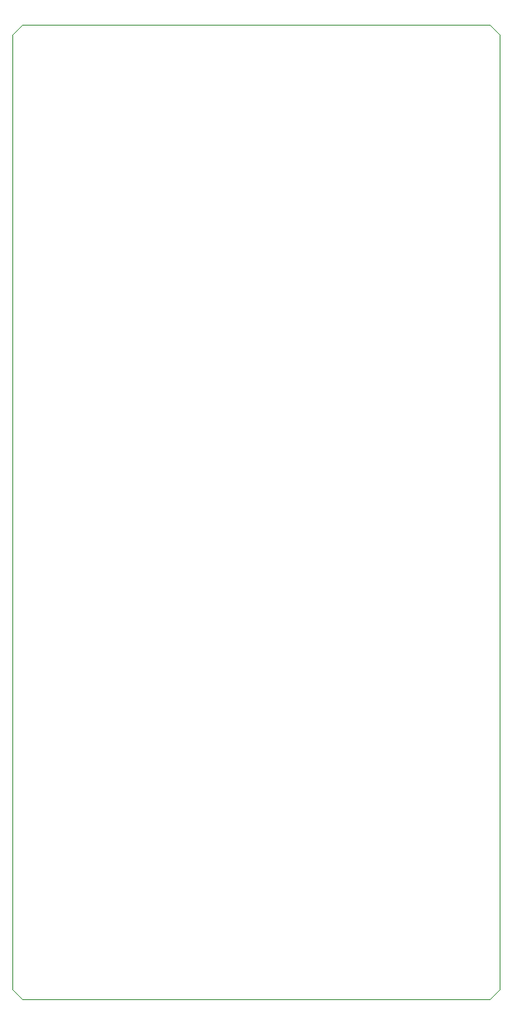
<source format=gbr>
G04 #@! TF.GenerationSoftware,KiCad,Pcbnew,(5.1.2)-2*
G04 #@! TF.CreationDate,2020-04-23T16:25:40-04:00*
G04 #@! TF.ProjectId,LED Dice Kit 001a,4c454420-4469-4636-9520-4b6974203030,rev?*
G04 #@! TF.SameCoordinates,Original*
G04 #@! TF.FileFunction,Profile,NP*
%FSLAX46Y46*%
G04 Gerber Fmt 4.6, Leading zero omitted, Abs format (unit mm)*
G04 Created by KiCad (PCBNEW (5.1.2)-2) date 2020-04-23 16:25:40*
%MOMM*%
%LPD*%
G04 APERTURE LIST*
%ADD10C,0.050000*%
G04 APERTURE END LIST*
D10*
X124000000Y-150000000D02*
X125000000Y-149000000D01*
X76000000Y-150000000D02*
X75000000Y-149000000D01*
X76000000Y-50000000D02*
X75000000Y-51000000D01*
X125000000Y-51000000D02*
X124000000Y-50000000D01*
X75000000Y-51000000D02*
X75000000Y-149000000D01*
X76000000Y-150000000D02*
X124000000Y-150000000D01*
X125000000Y-51000000D02*
X125000000Y-149000000D01*
X76000000Y-50000000D02*
X124000000Y-50000000D01*
M02*

</source>
